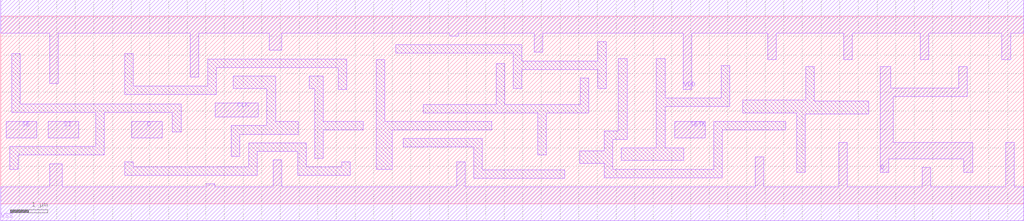
<source format=lef>
# Copyright 2022 GlobalFoundries PDK Authors
#
# Licensed under the Apache License, Version 2.0 (the "License");
# you may not use this file except in compliance with the License.
# You may obtain a copy of the License at
#
#      http://www.apache.org/licenses/LICENSE-2.0
#
# Unless required by applicable law or agreed to in writing, software
# distributed under the License is distributed on an "AS IS" BASIS,
# WITHOUT WARRANTIES OR CONDITIONS OF ANY KIND, either express or implied.
# See the License for the specific language governing permissions and
# limitations under the License.

MACRO gf180mcu_fd_sc_mcu9t5v0__sdffsnq_4
  CLASS core ;
  FOREIGN gf180mcu_fd_sc_mcu9t5v0__sdffsnq_4 0.0 0.0 ;
  ORIGIN 0 0 ;
  SYMMETRY X Y ;
  SITE GF018hv5v_green_sc9 ;
  SIZE 27.44 BY 5.04 ;
  PIN D
    DIRECTION INPUT ;
    ANTENNAGATEAREA 0.854 ;
    PORT
      LAYER Metal1 ;
        POLYGON 3.51 1.77 4.33 1.77 4.33 2.215 3.51 2.215  ;
    END
  END D
  PIN SE
    DIRECTION INPUT ;
    ANTENNAGATEAREA 1.708 ;
    PORT
      LAYER Metal1 ;
        POLYGON 0.15 1.77 0.97 1.77 0.97 2.215 0.15 2.215  ;
    END
  END SE
  PIN SETN
    DIRECTION INPUT ;
    ANTENNAGATEAREA 1.708 ;
    PORT
      LAYER Metal1 ;
        POLYGON 18.07 1.77 18.89 1.77 18.89 2.215 18.07 2.215  ;
    END
  END SETN
  PIN SI
    DIRECTION INPUT ;
    ANTENNAGATEAREA 0.854 ;
    PORT
      LAYER Metal1 ;
        POLYGON 1.27 1.77 2.09 1.77 2.09 2.215 1.27 2.215  ;
    END
  END SI
  PIN CLK
    DIRECTION INPUT ;
    USE clock ;
    ANTENNAGATEAREA 1.164 ;
    PORT
      LAYER Metal1 ;
        POLYGON 5.75 2.33 6.91 2.33 6.91 2.71 5.75 2.71  ;
    END
  END CLK
  PIN Q
    DIRECTION OUTPUT ;
    ANTENNADIFFAREA 3.55965 ;
    PORT
      LAYER Metal1 ;
        POLYGON 23.59 0.845 23.82 0.845 23.82 1.21 25.83 1.21 25.83 0.845 26.06 0.845 26.06 1.655 23.93 1.655 23.93 2.88 25.92 2.88 25.92 3.69 25.69 3.69 25.69 3.11 23.87 3.11 23.87 3.69 23.59 3.69  ;
    END
  END Q
  PIN VDD
    DIRECTION INOUT ;
    USE power ;
    SHAPE ABUTMENT ;
    PORT
      LAYER Metal1 ;
        POLYGON 0 4.59 1.315 4.59 1.315 3.23 1.545 3.23 1.545 4.59 5.085 4.59 5.085 3.4 5.315 3.4 5.315 4.59 7.2 4.59 7.2 4.125 7.54 4.125 7.54 4.59 9.275 4.59 9.72 4.59 12.045 4.59 12.045 4.51 12.275 4.51 12.275 4.59 14.305 4.59 14.305 4.07 14.535 4.07 14.535 4.59 16.235 4.59 18.305 4.59 18.305 3.075 18.535 3.075 18.535 4.59 19.555 4.59 20.565 4.59 20.565 3.88 20.795 3.88 20.795 4.59 22.605 4.59 22.605 3.88 22.835 3.88 22.835 4.59 23.275 4.59 24.66 4.59 24.66 3.88 24.89 3.88 24.89 4.59 26.85 4.59 26.85 3.88 27.08 3.88 27.08 4.59 27.44 4.59 27.44 5.49 23.275 5.49 19.555 5.49 16.235 5.49 9.72 5.49 9.275 5.49 0 5.49  ;
    END
  END VDD
  PIN VSS
    DIRECTION INOUT ;
    USE ground ;
    SHAPE ABUTMENT ;
    PORT
      LAYER Metal1 ;
        POLYGON 0 -0.45 27.44 -0.45 27.44 0.45 27.18 0.45 27.18 1.655 26.95 1.655 26.95 0.45 24.94 0.45 24.94 0.98 24.71 0.98 24.71 0.45 22.7 0.45 22.7 1.655 22.47 1.655 22.47 0.45 20.46 0.45 20.46 1.265 20.23 1.265 20.23 0.45 12.455 0.45 12.455 1.12 12.225 1.12 12.225 0.45 7.535 0.45 7.535 1.18 7.305 1.18 7.305 0.45 5.735 0.45 5.735 0.53 5.505 0.53 5.505 0.45 1.65 0.45 1.65 1.075 1.31 1.075 1.31 0.45 0 0.45  ;
    END
  END VSS
  OBS
      LAYER Metal1 ;
        POLYGON 0.295 2.455 2.545 2.455 2.545 1.54 0.245 1.54 0.245 0.925 0.475 0.925 0.475 1.31 2.775 1.31 2.775 2.455 4.605 2.455 4.605 1.93 4.835 1.93 4.835 2.685 0.525 2.685 0.525 4.04 0.295 4.04  ;
        POLYGON 6.235 3.095 7.14 3.095 7.14 2.1 6.185 2.1 6.185 1.27 6.415 1.27 6.415 1.87 7.98 1.87 7.98 2.215 7.37 2.215 7.37 3.435 6.235 3.435  ;
        POLYGON 3.325 2.94 5.775 2.94 5.775 3.665 9.045 3.665 9.045 3.065 9.275 3.065 9.275 3.895 5.545 3.895 5.545 3.17 3.555 3.17 3.555 4.04 3.325 4.04  ;
        POLYGON 3.325 0.76 6.875 0.76 6.875 1.41 7.965 1.41 7.965 0.76 9.375 0.76 9.375 1.12 9.145 1.12 9.145 0.99 8.195 0.99 8.195 1.64 6.645 1.64 6.645 0.99 3.555 0.99 3.555 1.13 3.325 1.13  ;
        POLYGON 8.275 3.095 8.425 3.095 8.425 1.22 8.655 1.22 8.655 1.985 9.72 1.985 9.72 2.215 8.655 2.215 8.655 3.435 8.275 3.435  ;
        POLYGON 10.065 0.925 10.495 0.925 10.495 1.985 13.17 1.985 13.17 2.215 10.295 2.215 10.295 3.875 10.065 3.875  ;
        POLYGON 10.79 1.525 12.685 1.525 12.685 0.68 15.13 0.68 15.13 0.91 12.915 0.91 12.915 1.755 10.79 1.755  ;
        POLYGON 11.33 2.445 14.405 2.445 14.405 1.315 14.635 1.315 14.635 2.445 15.775 2.445 15.775 3.38 15.545 3.38 15.545 2.675 13.515 2.675 13.515 3.77 13.285 3.77 13.285 2.675 11.33 2.675  ;
        POLYGON 10.59 4.05 13.745 4.05 13.745 3.095 13.975 3.095 13.975 3.61 16.005 3.61 16.005 3.095 16.235 3.095 16.235 4.36 16.005 4.36 16.005 3.84 13.975 3.84 13.975 4.28 10.59 4.28  ;
        POLYGON 17.815 2.615 19.555 2.615 19.555 3.715 19.325 3.715 19.325 2.845 17.815 2.845 17.815 3.9 17.585 3.9 17.585 1.5 16.645 1.5 16.645 1.16 18.32 1.16 18.32 1.5 17.815 1.5  ;
        POLYGON 15.525 1.085 16.185 1.085 16.185 0.7 19.35 0.7 19.35 1.985 21.055 1.985 21.055 2.215 19.12 2.215 19.12 0.93 16.415 0.93 16.415 1.73 16.795 1.73 16.795 3.9 16.565 3.9 16.565 1.96 16.185 1.96 16.185 1.425 15.525 1.425  ;
        POLYGON 19.905 2.445 21.35 2.445 21.35 0.845 21.58 0.845 21.58 2.42 23.275 2.42 23.275 2.76 21.815 2.76 21.815 3.69 21.585 3.69 21.585 2.785 19.905 2.785  ;
  END
END gf180mcu_fd_sc_mcu9t5v0__sdffsnq_4

</source>
